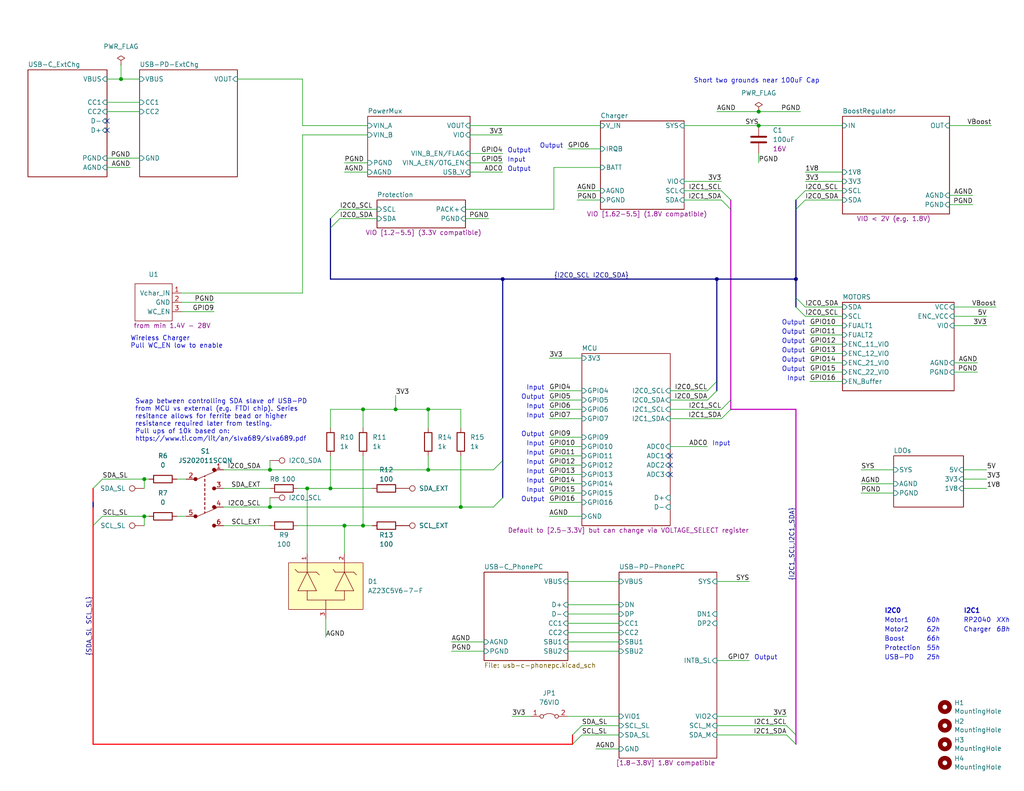
<source format=kicad_sch>
(kicad_sch (version 20211123) (generator eeschema)
  (paper "A")
  (lib_symbols
    (symbol "Connector:TestPoint" (pin_numbers hide) (pin_names (offset 0.762) hide)
      (property "Reference" "TP" (at 0 6.858 0))
      (property "Value" "TestPoint" (at 0 5.08 0))
      (symbol "TestPoint_0_1"
        (circle (center 0 3.302) (radius 0.762))
      )
      (symbol "TestPoint_1_1"
        (pin passive line (at 0 0 90) (length 2.54) (name "1") (number "1"))
      )
    )
    (symbol "Device:C" (pin_numbers hide) (pin_names (offset 0.254))
      (property "Reference" "C" (at 0.635 2.54 0))
      (property "Value" "C" (at 0.635 -2.54 0))
      (symbol "C_0_1"
        (polyline (pts (xy -2.032 -0.762) (xy 2.032 -0.762)) (stroke (width 0.508)))
        (polyline (pts (xy -2.032 0.762) (xy 2.032 0.762)) (stroke (width 0.508)))
      )
      (symbol "C_1_1"
        (pin passive line (at 0 3.81 270) (length 2.794) (name "~") (number "1"))
        (pin passive line (at 0 -3.81 90) (length 2.794) (name "~") (number "2"))
      )
    )
    (symbol "Device:R" (pin_numbers hide) (pin_names (offset 0))
      (property "Reference" "R" (at 2.032 0 90))
      (property "Value" "R" (at 0 0 90))
      (symbol "R_0_1"
        (rectangle (start -1.016 -2.54) (end 1.016 2.54) (stroke (width 0.254)))
      )
      (symbol "R_1_1"
        (pin passive line (at 0 3.81 270) (length 1.27) (name "~") (number "1"))
        (pin passive line (at 0 -3.81 90) (length 1.27) (name "~") (number "2"))
      )
    )
    (symbol "Diode:AZ23C5V6-7-F" (pin_names (offset 1.016))
      (property "Reference" "D" (at 0 12.7 0))
      (property "Value" "AZ23C5V6-7-F" (at 0 15.24 0))
      (symbol "AZ23C5V6-7-F_1_1"
        (polyline (pts (xy 7.62 -5.08) (xy 10.16 -5.08)))
        (polyline (pts (xy 7.62 0) (xy 5.08 0)))
        (polyline (pts (xy 7.62 5.08) (xy 7.62 -5.08)))
        (polyline (pts (xy 10.16 -7.62) (xy 15.24 -5.08)))
        (polyline (pts (xy 10.16 -2.54) (xy 10.16 -7.62)))
        (polyline (pts (xy 10.16 2.54) (xy 15.24 5.08)))
        (polyline (pts (xy 10.16 5.08) (xy 7.62 5.08)))
        (polyline (pts (xy 10.16 7.62) (xy 10.16 2.54)))
        (polyline (pts (xy 15.24 -7.62) (xy 14.478 -8.382)))
        (polyline (pts (xy 15.24 -5.08) (xy 10.16 -2.54)))
        (polyline (pts (xy 15.24 -5.08) (xy 17.78 -5.08)))
        (polyline (pts (xy 15.24 -2.54) (xy 15.24 -7.62)))
        (polyline (pts (xy 15.24 -2.54) (xy 16.002 -2.032)))
        (polyline (pts (xy 15.24 2.54) (xy 14.478 1.778)))
        (polyline (pts (xy 15.24 5.08) (xy 10.16 7.62)))
        (polyline (pts (xy 15.24 5.08) (xy 17.78 5.08)))
        (polyline (pts (xy 15.24 7.62) (xy 15.24 2.54)))
        (polyline (pts (xy 15.24 7.62) (xy 16.002 8.382)))
        (rectangle (start 5.08 10.16) (end 17.78 -10.16) (fill (type background)))
        (pin passive line (at 20.32 5.08 180) (length 2.54) (name "1_CATHODE") (number "1"))
        (pin passive line (at 20.32 -5.08 180) (length 2.54) (name "2_CATHODE") (number "2"))
        (pin passive line (at 2.54 0 0) (length 2.54) (name "COMMON_ANODE") (number "3"))
      )
    )
    (symbol "Jumper:Jumper_2_Bridged" (pin_names (offset 0) hide)
      (property "Reference" "JP" (at 0 1.905 0))
      (property "Value" "Jumper_2_Bridged" (at 0 -2.54 0))
      (symbol "Jumper_2_Bridged_0_0"
        (circle (center -2.032 0) (radius 0.508))
        (circle (center 2.032 0) (radius 0.508))
      )
      (symbol "Jumper_2_Bridged_0_1"
        (arc (start 1.524 0.254) (mid 0 0.762) (end -1.524 0.254))
      )
      (symbol "Jumper_2_Bridged_1_1"
        (pin passive line (at -5.08 0 0) (length 2.54) (name "A") (number "1"))
        (pin passive line (at 5.08 0 180) (length 2.54) (name "B") (number "2"))
      )
    )
    (symbol "Mechanical:MountingHole" (pin_names (offset 1.016))
      (property "Reference" "H" (at 0 5.08 0))
      (property "Value" "MountingHole" (at 0 3.175 0))
      (symbol "MountingHole_0_1"
        (circle (center 0 0) (radius 1.27) (stroke (width 1.27)))
      )
    )
    (symbol "custom_modules:WRM483265-10F5-12V-G"
      (property "Reference" "U" (at 0 7.62 0))
      (symbol "WRM483265-10F5-12V-G_0_1"
        (rectangle (start 5.08 -5.08) (end -5.08 5.08))
      )
      (symbol "WRM483265-10F5-12V-G_1_1"
        (pin power_out line (at 7.62 2.54 180) (length 2.54) (name "Vchar_IN") (number "1"))
        (pin power_in line (at 7.62 0 180) (length 2.54) (name "GND") (number "2"))
        (pin input line (at 7.62 -2.54 180) (length 2.54) (name "WC_EN") (number "3"))
      )
    )
    (symbol "dk_Slide-Switches:JS202011SCQN" (pin_names (offset 0))
      (property "Reference" "S" (at -3.81 8.255 0))
      (property "Value" "JS202011SCQN" (at 0 -11.43 0))
      (symbol "JS202011SCQN_0_1"
        (circle (center -2.54 -5.08) (radius 0.4572) (fill (type outline)))
        (circle (center -2.54 5.08) (radius 0.4572) (fill (type outline)))
        (polyline (pts (xy -2.032 -5.08) (xy 3.302 -2.794)))
        (polyline (pts (xy -2.032 5.08) (xy 3.302 7.366)))
        (polyline (pts (xy 0 -3.81) (xy 0 -4.191)) (stroke (width 0.254)))
        (polyline (pts (xy 0 -2.54) (xy 0 -3.175)) (stroke (width 0.254)))
        (polyline (pts (xy 0 -1.27) (xy 0 -1.905)) (stroke (width 0.254)))
        (polyline (pts (xy 0 0) (xy 0 -0.635)) (stroke (width 0.254)))
        (polyline (pts (xy 0 1.27) (xy 0 0.635)) (stroke (width 0.254)))
        (polyline (pts (xy 0 2.54) (xy 0 1.905)) (stroke (width 0.254)))
        (polyline (pts (xy 0 3.81) (xy 0 3.175)) (stroke (width 0.254)))
        (polyline (pts (xy 0 5.08) (xy 0 4.445)) (stroke (width 0.254)))
        (polyline (pts (xy 0 5.969) (xy 0 5.715)) (stroke (width 0.254)))
        (circle (center 2.54 -7.62) (radius 0.4572) (fill (type outline)))
        (circle (center 2.54 -2.54) (radius 0.4572) (fill (type outline)))
        (circle (center 2.54 2.54) (radius 0.4572) (fill (type outline)))
        (circle (center 2.54 7.62) (radius 0.4572) (fill (type outline)))
      )
      (symbol "JS202011SCQN_1_1"
        (pin passive line (at 5.08 7.62 180) (length 2.54) (name "~") (number "1"))
        (pin passive line (at -5.08 5.08 0) (length 2.54) (name "~") (number "2"))
        (pin passive line (at 5.08 2.54 180) (length 2.54) (name "~") (number "3"))
        (pin passive line (at 5.08 -2.54 180) (length 2.54) (name "~") (number "4"))
        (pin passive line (at -5.08 -5.08 0) (length 2.54) (name "~") (number "5"))
        (pin passive line (at 5.08 -7.62 180) (length 2.54) (name "~") (number "6"))
      )
    )
    (symbol "power:PWR_FLAG" (power) (pin_numbers hide) (pin_names (offset 0) hide)
      (property "Value" "PWR_FLAG" (at 0 3.81 0))
      (symbol "PWR_FLAG_0_0"
        (pin power_out line (at 0 0 90) (length 0) (name "pwr") (number "1"))
      )
      (symbol "PWR_FLAG_0_1"
        (polyline (pts (xy 0 0) (xy 0 1.27) (xy -1.016 1.905) (xy 0 2.54) (xy 1.016 1.905) (xy 0 1.27)))
      )
    )
  )
  (junction (at 73.66 138.43))
  (junction (at 99.06 111.76))
  (junction (at 207.01 30.48))
  (junction (at 116.84 111.76))
  (junction (at 33.02 21.59))
  (junction (at 116.84 128.27))
  (junction (at 137.16 76.2))
  (junction (at 93.98 143.51))
  (junction (at 39.37 130.81))
  (junction (at 107.95 111.76))
  (junction (at 125.73 138.43))
  (junction (at 195.58 76.2))
  (junction (at 83.82 133.35))
  (junction (at 99.06 143.51))
  (junction (at 217.17 76.2))
  (junction (at 90.17 133.35))
  (junction (at 39.37 140.97))
  (junction (at 207.01 34.29))
  (junction (at 73.66 128.27))
  (no_connect (at 182.88 124.46))
  (no_connect (at 182.88 127))
  (no_connect (at 182.88 129.54))
  (no_connect (at 29.21 33.02))
  (no_connect (at 29.21 35.56))
  (bus_entry (at 219.71 86.36) (size -2.54 -2.54))
  (bus_entry (at 214.63 200.66) (size 2.54 2.54))
  (bus_entry (at 214.63 198.12) (size 2.54 2.54))
  (bus_entry (at 196.85 114.3) (size 2.54 -2.54))
  (bus_entry (at 193.04 109.22) (size 2.54 -2.54))
  (bus_entry (at 193.04 106.68) (size 2.54 -2.54))
  (bus_entry (at 196.85 111.76) (size 2.54 -2.54))
  (bus_entry (at 196.85 54.61) (size 2.54 2.54))
  (bus_entry (at 196.85 52.07) (size 2.54 2.54))
  (bus_entry (at 219.71 54.61) (size -2.54 2.54))
  (bus_entry (at 219.71 52.07) (size -2.54 2.54))
  (bus_entry (at 156.21 200.66) (size 2.54 -2.54))
  (bus_entry (at 156.21 203.2) (size 2.54 -2.54))
  (bus_entry (at 25.4 143.51) (size 2.54 -2.54))
  (bus_entry (at 25.4 133.35) (size 2.54 -2.54))
  (bus_entry (at 137.16 125.73) (size -2.54 2.54))
  (bus_entry (at 137.16 135.89) (size -2.54 2.54))
  (bus_entry (at 92.71 57.15) (size -2.54 2.54))
  (bus_entry (at 92.71 59.69) (size -2.54 2.54))
  (bus_entry (at 219.71 83.82) (size -2.54 -2.54))
  (wire (pts (xy 127 59.69) (xy 133.35 59.69)))
  (wire (pts (xy 73.66 128.27) (xy 116.84 128.27)))
  (wire (pts (xy 195.58 180.34) (xy 204.47 180.34)))
  (bus (pts (xy 199.39 54.61) (xy 199.39 57.15)) (stroke (width 0) (color 194 0 194 1)))
  (wire (pts (xy 116.84 124.46) (xy 116.84 128.27)))
  (wire (pts (xy 39.37 140.97) (xy 40.64 140.97)))
  (wire (pts (xy 243.84 134.62) (xy 234.95 134.62)))
  (wire (pts (xy 163.83 54.61) (xy 157.48 54.61)))
  (wire (pts (xy 154.94 170.18) (xy 168.91 170.18)))
  (wire (pts (xy 125.73 138.43) (xy 134.62 138.43)))
  (wire (pts (xy 149.86 129.54) (xy 158.75 129.54)))
  (wire (pts (xy 154.94 165.1) (xy 168.91 165.1)))
  (wire (pts (xy 33.02 21.59) (xy 38.1 21.59)))
  (wire (pts (xy 168.91 200.66) (xy 158.75 200.66)))
  (wire (pts (xy 90.17 124.46) (xy 90.17 133.35)))
  (wire (pts (xy 39.37 130.81) (xy 39.37 133.35)))
  (wire (pts (xy 49.53 80.01) (xy 82.55 80.01)))
  (wire (pts (xy 58.42 85.09) (xy 49.53 85.09)))
  (bus (pts (xy 217.17 200.66) (xy 217.17 203.2)) (stroke (width 0) (color 194 0 194 1)))
  (wire (pts (xy 182.88 109.22) (xy 193.04 109.22)))
  (wire (pts (xy 64.77 21.59) (xy 82.55 21.59)))
  (wire (pts (xy 154.94 167.64) (xy 168.91 167.64)))
  (wire (pts (xy 139.7 195.58) (xy 144.78 195.58)))
  (wire (pts (xy 229.87 54.61) (xy 219.71 54.61)))
  (bus (pts (xy 199.39 111.76) (xy 217.17 111.76)) (stroke (width 0) (color 194 0 194 1)))
  (bus (pts (xy 156.21 200.66) (xy 156.21 203.2)) (stroke (width 0) (color 255 0 6 1)))
  (wire (pts (xy 73.66 138.43) (xy 125.73 138.43)))
  (wire (pts (xy 220.98 96.52) (xy 229.87 96.52)))
  (wire (pts (xy 220.98 104.14) (xy 229.87 104.14)))
  (wire (pts (xy 82.55 21.59) (xy 82.55 34.29)))
  (wire (pts (xy 186.69 52.07) (xy 196.85 52.07)))
  (bus (pts (xy 90.17 59.69) (xy 90.17 62.23)))
  (wire (pts (xy 149.86 97.79) (xy 158.75 97.79)))
  (wire (pts (xy 149.86 137.16) (xy 158.75 137.16)))
  (wire (pts (xy 99.06 116.84) (xy 99.06 111.76)))
  (wire (pts (xy 259.08 34.29) (xy 270.51 34.29)))
  (wire (pts (xy 269.24 88.9) (xy 260.35 88.9)))
  (bus (pts (xy 217.17 57.15) (xy 217.17 76.2)))
  (wire (pts (xy 220.98 93.98) (xy 229.87 93.98)))
  (wire (pts (xy 154.94 172.72) (xy 168.91 172.72)))
  (bus (pts (xy 199.39 57.15) (xy 199.39 109.22)) (stroke (width 0) (color 194 0 194 1)))
  (wire (pts (xy 269.24 130.81) (xy 262.89 130.81)))
  (wire (pts (xy 29.21 30.48) (xy 38.1 30.48)))
  (wire (pts (xy 90.17 116.84) (xy 90.17 111.76)))
  (wire (pts (xy 260.35 101.6) (xy 266.7 101.6)))
  (bus (pts (xy 217.17 111.76) (xy 217.17 200.66)) (stroke (width 0) (color 194 0 194 1)))
  (wire (pts (xy 128.27 46.99) (xy 137.16 46.99)))
  (wire (pts (xy 137.16 41.91) (xy 128.27 41.91)))
  (wire (pts (xy 83.82 133.35) (xy 90.17 133.35)))
  (wire (pts (xy 82.55 36.83) (xy 100.33 36.83)))
  (wire (pts (xy 154.94 158.75) (xy 168.91 158.75)))
  (wire (pts (xy 182.88 121.92) (xy 193.04 121.92)))
  (bus (pts (xy 217.17 76.2) (xy 217.17 81.28)))
  (wire (pts (xy 149.86 132.08) (xy 158.75 132.08)))
  (wire (pts (xy 196.85 49.53) (xy 186.69 49.53)))
  (wire (pts (xy 260.35 99.06) (xy 266.7 99.06)))
  (wire (pts (xy 207.01 30.48) (xy 218.44 30.48)))
  (wire (pts (xy 39.37 130.81) (xy 40.64 130.81)))
  (wire (pts (xy 186.69 54.61) (xy 196.85 54.61)))
  (wire (pts (xy 149.86 121.92) (xy 158.75 121.92)))
  (wire (pts (xy 99.06 143.51) (xy 101.6 143.51)))
  (wire (pts (xy 102.87 57.15) (xy 92.71 57.15)))
  (wire (pts (xy 195.58 30.48) (xy 207.01 30.48)))
  (wire (pts (xy 260.35 83.82) (xy 271.78 83.82)))
  (wire (pts (xy 100.33 46.99) (xy 93.98 46.99)))
  (wire (pts (xy 128.27 36.83) (xy 137.16 36.83)))
  (wire (pts (xy 163.83 40.64) (xy 154.94 40.64)))
  (wire (pts (xy 29.21 43.18) (xy 38.1 43.18)))
  (bus (pts (xy 199.39 109.22) (xy 199.39 111.76)) (stroke (width 0) (color 194 0 194 1)))
  (wire (pts (xy 149.86 119.38) (xy 158.75 119.38)))
  (bus (pts (xy 25.4 143.51) (xy 25.4 203.2)) (stroke (width 0) (color 255 0 6 1)))
  (wire (pts (xy 60.96 133.35) (xy 73.66 133.35)))
  (wire (pts (xy 50.8 130.81) (xy 48.26 130.81)))
  (wire (pts (xy 229.87 86.36) (xy 219.71 86.36)))
  (wire (pts (xy 29.21 21.59) (xy 33.02 21.59)))
  (wire (pts (xy 259.08 53.34) (xy 265.43 53.34)))
  (wire (pts (xy 182.88 114.3) (xy 196.85 114.3)))
  (wire (pts (xy 229.87 52.07) (xy 219.71 52.07)))
  (wire (pts (xy 73.66 125.73) (xy 73.66 128.27)))
  (wire (pts (xy 90.17 111.76) (xy 99.06 111.76)))
  (wire (pts (xy 195.58 200.66) (xy 214.63 200.66)))
  (bus (pts (xy 90.17 62.23) (xy 90.17 76.2)))
  (wire (pts (xy 243.84 128.27) (xy 234.95 128.27)))
  (wire (pts (xy 116.84 116.84) (xy 116.84 111.76)))
  (wire (pts (xy 102.87 59.69) (xy 92.71 59.69)))
  (wire (pts (xy 158.75 114.3) (xy 149.86 114.3)))
  (wire (pts (xy 33.02 17.78) (xy 33.02 21.59)))
  (wire (pts (xy 168.91 198.12) (xy 158.75 198.12)))
  (wire (pts (xy 90.17 133.35) (xy 101.6 133.35)))
  (wire (pts (xy 195.58 158.75) (xy 204.47 158.75)))
  (wire (pts (xy 50.8 140.97) (xy 48.26 140.97)))
  (bus (pts (xy 137.16 76.2) (xy 137.16 125.73)))
  (wire (pts (xy 49.53 82.55) (xy 58.42 82.55)))
  (wire (pts (xy 149.86 106.68) (xy 158.75 106.68)))
  (wire (pts (xy 149.86 134.62) (xy 158.75 134.62)))
  (wire (pts (xy 88.9 168.91) (xy 88.9 173.99)))
  (wire (pts (xy 99.06 111.76) (xy 107.95 111.76)))
  (bus (pts (xy 137.16 76.2) (xy 195.58 76.2)))
  (wire (pts (xy 27.94 140.97) (xy 39.37 140.97)))
  (bus (pts (xy 217.17 81.28) (xy 217.17 83.82)))
  (wire (pts (xy 81.28 143.51) (xy 93.98 143.51)))
  (wire (pts (xy 182.88 106.68) (xy 193.04 106.68)))
  (wire (pts (xy 220.98 91.44) (xy 229.87 91.44)))
  (wire (pts (xy 151.13 45.72) (xy 151.13 57.15)))
  (wire (pts (xy 116.84 128.27) (xy 134.62 128.27)))
  (wire (pts (xy 81.28 133.35) (xy 83.82 133.35)))
  (wire (pts (xy 27.94 130.81) (xy 39.37 130.81)))
  (wire (pts (xy 269.24 128.27) (xy 262.89 128.27)))
  (wire (pts (xy 60.96 128.27) (xy 73.66 128.27)))
  (wire (pts (xy 163.83 52.07) (xy 157.48 52.07)))
  (wire (pts (xy 83.82 133.35) (xy 83.82 151.13)))
  (wire (pts (xy 220.98 101.6) (xy 229.87 101.6)))
  (wire (pts (xy 220.98 88.9) (xy 229.87 88.9)))
  (wire (pts (xy 151.13 45.72) (xy 163.83 45.72)))
  (wire (pts (xy 127 57.15) (xy 151.13 57.15)))
  (bus (pts (xy 90.17 76.2) (xy 137.16 76.2)))
  (wire (pts (xy 99.06 124.46) (xy 99.06 143.51)))
  (wire (pts (xy 93.98 143.51) (xy 93.98 151.13)))
  (bus (pts (xy 217.17 54.61) (xy 217.17 57.15)))
  (bus (pts (xy 25.4 203.2) (xy 156.21 203.2)) (stroke (width 0) (color 255 0 6 1)))
  (wire (pts (xy 125.73 124.46) (xy 125.73 138.43)))
  (wire (pts (xy 149.86 127) (xy 158.75 127)))
  (wire (pts (xy 207.01 34.29) (xy 229.87 34.29)))
  (wire (pts (xy 243.84 132.08) (xy 234.95 132.08)))
  (wire (pts (xy 39.37 140.97) (xy 39.37 143.51)))
  (bus (pts (xy 25.4 133.35) (xy 25.4 143.51)) (stroke (width 0) (color 255 0 6 1)))
  (wire (pts (xy 107.95 107.95) (xy 107.95 111.76)))
  (wire (pts (xy 149.86 140.97) (xy 158.75 140.97)))
  (wire (pts (xy 60.96 138.43) (xy 73.66 138.43)))
  (wire (pts (xy 168.91 204.47) (xy 162.56 204.47)))
  (wire (pts (xy 195.58 195.58) (xy 214.63 195.58)))
  (wire (pts (xy 182.88 111.76) (xy 196.85 111.76)))
  (wire (pts (xy 82.55 34.29) (xy 100.33 34.29)))
  (wire (pts (xy 123.19 175.26) (xy 132.08 175.26)))
  (wire (pts (xy 128.27 34.29) (xy 163.83 34.29)))
  (bus (pts (xy 195.58 104.14) (xy 195.58 106.68)))
  (wire (pts (xy 82.55 36.83) (xy 82.55 80.01)))
  (wire (pts (xy 149.86 109.22) (xy 158.75 109.22)))
  (wire (pts (xy 154.94 177.8) (xy 168.91 177.8)))
  (wire (pts (xy 195.58 198.12) (xy 214.63 198.12)))
  (wire (pts (xy 93.98 44.45) (xy 100.33 44.45)))
  (wire (pts (xy 154.94 175.26) (xy 168.91 175.26)))
  (wire (pts (xy 149.86 111.76) (xy 158.75 111.76)))
  (wire (pts (xy 269.24 133.35) (xy 262.89 133.35)))
  (wire (pts (xy 259.08 55.88) (xy 265.43 55.88)))
  (wire (pts (xy 107.95 111.76) (xy 116.84 111.76)))
  (wire (pts (xy 116.84 111.76) (xy 125.73 111.76)))
  (wire (pts (xy 29.21 27.94) (xy 38.1 27.94)))
  (bus (pts (xy 137.16 125.73) (xy 137.16 135.89)))
  (wire (pts (xy 207.01 41.91) (xy 207.01 44.45)))
  (bus (pts (xy 25.4 137.16) (xy 25.4 138.43)))
  (wire (pts (xy 219.71 49.53) (xy 229.87 49.53)))
  (wire (pts (xy 73.66 135.89) (xy 73.66 138.43)))
  (wire (pts (xy 220.98 99.06) (xy 229.87 99.06)))
  (wire (pts (xy 154.94 195.58) (xy 168.91 195.58)))
  (wire (pts (xy 137.16 44.45) (xy 128.27 44.45)))
  (wire (pts (xy 219.71 46.99) (xy 229.87 46.99)))
  (wire (pts (xy 269.24 86.36) (xy 260.35 86.36)))
  (bus (pts (xy 195.58 76.2) (xy 217.17 76.2)))
  (wire (pts (xy 186.69 34.29) (xy 207.01 34.29)))
  (wire (pts (xy 93.98 143.51) (xy 99.06 143.51)))
  (wire (pts (xy 149.86 124.46) (xy 158.75 124.46)))
  (bus (pts (xy 195.58 76.2) (xy 195.58 104.14)))
  (wire (pts (xy 229.87 83.82) (xy 219.71 83.82)))
  (wire (pts (xy 29.21 45.72) (xy 35.56 45.72)))
  (wire (pts (xy 60.96 143.51) (xy 73.66 143.51)))
  (wire (pts (xy 125.73 116.84) (xy 125.73 111.76)))
  (wire (pts (xy 123.19 177.8) (xy 132.08 177.8)))
  (text "55h" (at 252.73 177.8 0) (effects (font (size 1.27 1.27) italic) (justify left bottom)))
  (text "66h" (at 252.73 175.26 0) (effects (font (size 1.27 1.27) italic) (justify left bottom)))
  (text "Output" (at 219.71 101.6 180) (effects (font (size 1.27 1.27)) (justify right bottom)))
  (text "Protection" (at 241.3 177.8 0) (effects (font (size 1.27 1.27)) (justify left bottom)))
  (text "Input" (at 148.59 129.54 180) (effects (font (size 1.27 1.27)) (justify right bottom)))
  (text "Wireless Charger\nPull WC_EN low to enable" (at 35.56 95.25 0) (effects (font (size 1.27 1.27)) (justify left bottom)))
  (text "XXh" (at 271.78 170.18 0) (effects (font (size 1.27 1.27) italic) (justify left bottom)))
  (text "Output" (at 219.71 93.98 180) (effects (font (size 1.27 1.27)) (justify right bottom)))
  (text "Output" (at 153.67 40.64 180) (effects (font (size 1.27 1.27)) (justify right bottom)))
  (text "Output" (at 219.71 88.9 180) (effects (font (size 1.27 1.27)) (justify right bottom)))
  (text "Output" (at 148.59 137.16 180) (effects (font (size 1.27 1.27)) (justify right bottom)))
  (text "Input" (at 148.59 127 180) (effects (font (size 1.27 1.27)) (justify right bottom)))
  (text "Input" (at 148.59 106.68 180) (effects (font (size 1.27 1.27)) (justify right bottom)))
  (text "Output" (at 219.71 96.52 180) (effects (font (size 1.27 1.27)) (justify right bottom)))
  (text "Output" (at 138.43 41.91 0) (effects (font (size 1.27 1.27)) (justify left bottom)))
  (text "Boost" (at 241.3 175.26 0) (effects (font (size 1.27 1.27)) (justify left bottom)))
  (text "I2C1" (at 262.89 167.64 0) (effects (font (size 1.27 1.27) (thickness 0.254) bold) (justify left bottom)))
  (text "Input" (at 138.43 44.45 0) (effects (font (size 1.27 1.27)) (justify left bottom)))
  (text "Input" (at 148.59 111.76 180) (effects (font (size 1.27 1.27)) (justify right bottom)))
  (text "Motor1" (at 241.3 170.18 0) (effects (font (size 1.27 1.27)) (justify left bottom)))
  (text "Output" (at 138.43 46.99 0) (effects (font (size 1.27 1.27)) (justify left bottom)))
  (text "Input" (at 148.59 121.92 180) (effects (font (size 1.27 1.27)) (justify right bottom)))
  (text "Input" (at 148.59 134.62 180) (effects (font (size 1.27 1.27)) (justify right bottom)))
  (text "Input" (at 148.59 124.46 180) (effects (font (size 1.27 1.27)) (justify right bottom)))
  (text "Output" (at 148.59 109.22 180) (effects (font (size 1.27 1.27)) (justify right bottom)))
  (text "62h" (at 252.73 172.72 0) (effects (font (size 1.27 1.27) italic) (justify left bottom)))
  (text "Output" (at 219.71 91.44 180) (effects (font (size 1.27 1.27)) (justify right bottom)))
  (text "Input" (at 194.31 121.92 0) (effects (font (size 1.27 1.27)) (justify left bottom)))
  (text "Motor2" (at 241.3 172.72 0) (effects (font (size 1.27 1.27)) (justify left bottom)))
  (text "Output" (at 205.74 180.34 0) (effects (font (size 1.27 1.27)) (justify left bottom)))
  (text "Input" (at 148.59 114.3 180) (effects (font (size 1.27 1.27)) (justify right bottom)))
  (text "25h" (at 252.73 180.34 0) (effects (font (size 1.27 1.27) italic) (justify left bottom)))
  (text "Output" (at 148.59 119.38 180) (effects (font (size 1.27 1.27)) (justify right bottom)))
  (text "Output" (at 219.71 99.06 180) (effects (font (size 1.27 1.27)) (justify right bottom)))
  (text "Charger" (at 262.89 172.72 0) (effects (font (size 1.27 1.27)) (justify left bottom)))
  (text "Input" (at 219.71 104.14 180) (effects (font (size 1.27 1.27)) (justify right bottom)))
  (text "Swap between controlling SDA slave of USB-PD \nfrom MCU vs external (e.g. FTDI chip). Series \nresitance allows for ferrite bead or higher \nresistance required later from testing. \nPull ups of 10k based on:\nhttps://www.ti.com/lit/an/slva689/slva689.pdf" (at 36.83 120.65 0) (effects (font (size 1.27 1.27)) (justify left bottom)))
  (text "I2C0" (at 241.3 167.64 0) (effects (font (size 1.27 1.27) (thickness 0.254) bold) (justify left bottom)))
  (text "USB-PD" (at 241.3 180.34 0) (effects (font (size 1.27 1.27)) (justify left bottom)))
  (text "RP2040" (at 262.89 170.18 0) (effects (font (size 1.27 1.27)) (justify left bottom)))
  (text "60h" (at 252.73 170.18 0) (effects (font (size 1.27 1.27) italic) (justify left bottom)))
  (text "Input" (at 148.59 132.08 180) (effects (font (size 1.27 1.27)) (justify right bottom)))
  (text "6Bh" (at 271.78 172.72 0) (effects (font (size 1.27 1.27) italic) (justify left bottom)))
  (text "Short two grounds near 100uF Cap" (at 189.23 22.86 0) (effects (font (size 1.27 1.27)) (justify left bottom)))
  (label "3V3" (at 107.95 107.95 0))
  (label "GPIO15" (at 149.86 134.62 0))
  (label "I2C0_SDA" (at 71.12 128.27 180))
  (label "5V" (at 269.24 128.27 0))
  (label "AGND" (at 149.86 140.97 0))
  (label "GPIO12" (at 220.98 93.98 0))
  (label "GPIO9" (at 58.42 85.09 180))
  (label "PGND" (at 133.35 59.69 180))
  (label "{SDA_SL SCL_SL}" (at 25.4 179.07 90))
  (label "PGND" (at 123.19 177.8 0))
  (label "3V3" (at 269.24 88.9 180))
  (label "SCL_EXT" (at 71.12 143.51 180))
  (label "AGND" (at 234.95 132.08 0))
  (label "{I2C0_SCL I2C0_SDA}" (at 151.13 76.2 0))
  (label "AGND" (at 265.43 53.34 180))
  (label "AGND" (at 93.98 46.99 0))
  (label "SYS" (at 234.95 128.27 0))
  (label "I2C0_SCL" (at 219.71 52.07 0))
  (label "GPIO10" (at 220.98 88.9 0))
  (label "SYS" (at 204.47 158.75 180))
  (label "AGND" (at 162.56 204.47 0))
  (label "PGND" (at 207.01 44.45 0))
  (label "VBoost" (at 271.78 83.82 180))
  (label "GPIO7" (at 204.47 180.34 180))
  (label "I2C1_SDA" (at 196.85 54.61 180))
  (label "GPIO16" (at 149.86 137.16 0))
  (label "GPIO16" (at 220.98 104.14 0))
  (label "AGND" (at 195.58 30.48 0))
  (label "GPIO13" (at 220.98 96.52 0))
  (label "GPIO14" (at 220.98 99.06 0))
  (label "SDA_EXT" (at 71.12 133.35 180))
  (label "I2C1_SDA" (at 214.63 200.66 180))
  (label "3V3" (at 139.7 195.58 0))
  (label "VBoost" (at 270.51 34.29 180))
  (label "3V3" (at 269.24 130.81 0))
  (label "AGND" (at 266.7 99.06 180))
  (label "SCL_SL" (at 27.94 140.97 0))
  (label "GPIO15" (at 220.98 101.6 0))
  (label "I2C0_SDA" (at 92.71 59.69 0))
  (label "3V3" (at 214.63 195.58 180))
  (label "3V3" (at 196.85 49.53 180))
  (label "PGND" (at 218.44 30.48 180))
  (label "PGND" (at 93.98 44.45 0))
  (label "I2C0_SDA" (at 219.71 83.82 0))
  (label "I2C0_SCL" (at 92.71 57.15 0))
  (label "3V3" (at 149.86 97.79 0))
  (label "1V8" (at 219.71 46.99 0))
  (label "GPIO9" (at 149.86 119.38 0))
  (label "GPIO7" (at 149.86 114.3 0))
  (label "GPIO12" (at 149.86 127 0))
  (label "SDA_SL" (at 27.94 130.81 0))
  (label "PGND" (at 35.56 43.18 180))
  (label "1V8" (at 269.24 133.35 0))
  (label "GPIO11" (at 149.86 124.46 0))
  (label "5V" (at 269.24 86.36 180))
  (label "AGND" (at 35.56 45.72 180))
  (label "SDA_SL" (at 158.75 198.12 0))
  (label "GPIO10" (at 149.86 121.92 0))
  (label "GPIO6" (at 149.86 111.76 0))
  (label "PGND" (at 234.95 134.62 0))
  (label "GPIO5" (at 137.16 44.45 180))
  (label "GPIO4" (at 137.16 41.91 180))
  (label "PGND" (at 266.7 101.6 180))
  (label "GPIO5" (at 149.86 109.22 0))
  (label "3V3" (at 219.71 49.53 0))
  (label "GPIO6" (at 154.94 40.64 0))
  (label "PGND" (at 265.43 55.88 180))
  (label "AGND" (at 88.9 173.99 0))
  (label "I2C0_SCL" (at 193.04 106.68 180))
  (label "I2C0_SDA" (at 219.71 54.61 0))
  (label "I2C0_SCL" (at 71.12 138.43 180))
  (label "I2C1_SCL" (at 196.85 111.76 180))
  (label "PGND" (at 157.48 54.61 0))
  (label "3V3" (at 137.16 36.83 180))
  (label "GPIO14" (at 149.86 132.08 0))
  (label "ADC0" (at 137.16 46.99 180))
  (label "SCL_SL" (at 158.75 200.66 0))
  (label "GPIO13" (at 149.86 129.54 0))
  (label "I2C1_SCL" (at 196.85 52.07 180))
  (label "I2C1_SDA" (at 196.85 114.3 180))
  (label "{I2C1_SCL,I2C1_SDA}" (at 217.17 138.43 270))
  (label "GPIO11" (at 220.98 91.44 0))
  (label "PGND" (at 58.42 82.55 180))
  (label "I2C1_SCL" (at 214.63 198.12 180))
  (label "I2C0_SCL" (at 219.71 86.36 0))
  (label "AGND" (at 123.19 175.26 0))
  (label "I2C0_SDA" (at 193.04 109.22 180))
  (label "AGND" (at 157.48 52.07 0))
  (label "ADC0" (at 193.04 121.92 180))
  (label "GPIO4" (at 149.86 106.68 0))
  (label "SYS" (at 207.01 34.29 180))
  (symbol (lib_id "dk_Slide-Switches:JS202011SCQN") (at 55.88 135.89 0) (unit 1)
    (property "Reference" "S1" (at 56.0324 123.19 0))
    (property "Value" "JS202011SCQN" (at 56.0324 125.73 0))
    (property "Footprint" "digikey-footprints:Switch_Slide_JS202011SCQN" (effects hide))
    (property "Datasheet" "https://www.ckswitches.com/media/1422/js.pdf" (effects hide))
    (property "Digi-Key_PN" "401-2002-1-ND" (effects hide))
    (property "MPN" "JS202011SCQN" (effects hide))
    (property "Category" "Switches" (effects hide))
    (property "Family" "Slide Switches" (effects hide))
    (property "DK_Datasheet_Link" "https://www.ckswitches.com/media/1422/js.pdf" (effects hide))
    (property "DK_Detail_Page" "/product-detail/en/c-k/JS202011SCQN/401-2002-1-ND/1640098" (effects hide))
    (property "Description" "SWITCH SLIDE DPDT 300MA 6V" (effects hide))
    (property "Manufacturer" "C&K" (effects hide))
    (property "Status" "Active" (effects hide))
  )
  (symbol (lib_id "Connector:TestPoint") (at 39.37 143.51 90) (mirror x) (unit 1)
    (property "Reference" "TP2" (effects hide))
    (property "Value" "SCL_SL" (at 34.29 143.51 90) (effects (justify left)))
    (property "Footprint" "TestPoint:KEYSTONE_5002" (effects hide))
  )
  (symbol (lib_id "custom_modules:WRM483265-10F5-12V-G") (at 41.91 82.55 0) (unit 1)
    (property "Reference" "U1" (at 41.91 74.93 0))
    (property "Value" "WRM483265-10F5-12V-G" (effects hide))
    (property "Footprint" "custom_modules:WRM483265-10F5-12V-G" (effects hide))
    (property "Datasheet" "https://www.renesas.com/us/en/document/dst/p9221-r3-datasheet?language=en&r=394816" (effects hide))
    (property "Part Number" "WRM483265-10F5-12V-G" (effects hide))
    (property "Description" "Premade Wireless Rx Module (Seperate board, this represents just the connector pins)." (effects hide))
    (property "EN_V" "from min 1.4V - 28V" (at 46.99 88.9 0))
  )
  (symbol (lib_id "Mechanical:MountingHole") (at 257.81 208.28 0) (unit 1)
    (property "Reference" "H4" (at 260.35 207.1116 0) (effects (justify left)))
    (property "Value" "MountingHole" (at 260.35 209.423 0) (effects (justify left)))
    (property "Footprint" "MountingHole:MountingHole_2.7mm_M2.5" (effects hide))
  )
  (symbol (lib_id "Device:R") (at 116.84 120.65 0) (unit 1)
    (property "Reference" "R14" (at 119.38 119.3799 0) (effects (justify left)))
    (property "Value" "1k" (at 119.38 121.9199 0) (effects (justify left)))
    (property "Footprint" "Resistor_SMD:R_0603_1608Metric" (effects hide))
  )
  (symbol (lib_id "Diode:AZ23C5V6-7-F") (at 88.9 171.45 90) (unit 1)
    (property "Reference" "D1" (at 100.33 158.7499 90) (effects (justify right)))
    (property "Value" "AZ23C5V6-7-F" (at 100.33 161.2899 90) (effects (justify right)))
    (property "Footprint" "Package_TO_SOT_SMD:Diodes_Inc-SOT23-01_2017-0-MFG" (effects hide))
    (property "Datasheet" "https://www.diodes.com/assets/Datasheets/ds18003.pdf" (effects hide))
    (property "automotive" "No" (effects hide))
    (property "category" "Diode" (effects hide))
    (property "device class L1" "Discrete Semiconductors" (effects hide))
    (property "device class L2" "Diodes" (effects hide))
    (property "device class L3" "Zener Diodes" (effects hide))
    (property "digikey description" "DIODE ZENER ARRAY 5.6V SOT23-3" (effects hide))
    (property "digikey part number" "AZ23C5V6-FDICT-ND" (effects hide))
    (property "footprint url" "https://www.diodes.com/assets/Package-Files/SOT23.pdf" (effects hide))
    (property "height" "1.1mm" (effects hide))
    (property "lead free" "Yes" (effects hide))
    (property "library id" "a2cb2505a0a88365" (effects hide))
    (property "manufacturer" "Diodes Inc" (effects hide))
    (property "max junction temp" "+150°C" (effects hide))
    (property "max reverse leakage current" "0.1uA" (effects hide))
    (property "max zener voltage" "6V" (effects hide))
    (property "mouser description" "Zener Diodes 5.6V 300mW" (effects hide))
    (property "mouser part number" "621-AZ23C5V6-F" (effects hide))
    (property "nom zener voltage" "5.6V" (effects hide))
    (property "package" "SOT23" (effects hide))
    (property "power dissipation" "300mW" (effects hide))
    (property "reverse voltage" "1V" (effects hide))
    (property "rohs" "Yes" (effects hide))
    (property "standoff height" "0.013mm" (effects hide))
    (property "temperature range high" "+150°C" (effects hide))
    (property "temperature range low" "-65°C" (effects hide))
    (property "zener impedance" "40Ω" (effects hide))
  )
  (symbol (lib_id "Device:R") (at 90.17 120.65 0) (unit 1)
    (property "Reference" "R10" (at 92.71 119.3799 0) (effects (justify left)))
    (property "Value" "1k" (at 92.71 121.9199 0) (effects (justify left)))
    (property "Footprint" "Resistor_SMD:R_0603_1608Metric" (effects hide))
  )
  (symbol (lib_id "Connector:TestPoint") (at 73.66 125.73 270) (unit 1)
    (property "Reference" "TP3" (effects hide))
    (property "Value" "I2C0_SDA" (at 78.74 125.73 90) (effects (justify left)))
    (property "Footprint" "TestPoint:KEYSTONE_5002" (effects hide))
  )
  (symbol (lib_id "Connector:TestPoint") (at 73.66 135.89 270) (unit 1)
    (property "Reference" "TP4" (effects hide))
    (property "Value" "I2C0_SCL" (at 78.74 135.89 90) (effects (justify left)))
    (property "Footprint" "TestPoint:KEYSTONE_5002" (effects hide))
  )
  (symbol (lib_id "Connector:TestPoint") (at 109.22 143.51 270) (unit 1)
    (property "Reference" "TP6" (effects hide))
    (property "Value" "SCL_EXT" (at 114.3 143.51 90) (effects (justify left)))
    (property "Footprint" "TestPoint:KEYSTONE_5002" (effects hide))
    (property "Description" "Male pin headers (2.54mm pitch)" (effects hide))
  )
  (symbol (lib_id "Mechanical:MountingHole") (at 257.81 193.04 0) (unit 1)
    (property "Reference" "H1" (at 260.35 191.8716 0) (effects (justify left)))
    (property "Value" "MountingHole" (at 260.35 194.183 0) (effects (justify left)))
    (property "Footprint" "MountingHole:MountingHole_2.7mm_M2.5" (effects hide))
  )
  (symbol (lib_id "Mechanical:MountingHole") (at 257.81 203.2 0) (unit 1)
    (property "Reference" "H3" (at 260.35 202.0316 0) (effects (justify left)))
    (property "Value" "MountingHole" (at 260.35 204.343 0) (effects (justify left)))
    (property "Footprint" "MountingHole:MountingHole_2.7mm_M2.5" (effects hide))
  )
  (symbol (lib_id "Device:R") (at 105.41 133.35 90) (unit 1)
    (property "Reference" "R12" (at 105.41 128.27 90))
    (property "Value" "100" (at 105.41 130.81 90))
    (property "Footprint" "Resistor_SMD:R_0603_1608Metric" (effects hide))
  )
  (symbol (lib_id "Device:R") (at 125.73 120.65 0) (unit 1)
    (property "Reference" "R15" (at 128.27 119.3799 0) (effects (justify left)))
    (property "Value" "1k" (at 128.27 121.9199 0) (effects (justify left)))
    (property "Footprint" "Resistor_SMD:R_0603_1608Metric" (effects hide))
  )
  (symbol (lib_id "Connector:TestPoint") (at 109.22 133.35 270) (unit 1)
    (property "Reference" "TP5" (effects hide))
    (property "Value" "SDA_EXT" (at 114.3 133.35 90) (effects (justify left)))
    (property "Footprint" "TestPoint:KEYSTONE_5002" (effects hide))
    (property "Description" "Male pin headers (2.54mm pitch)" (effects hide))
  )
  (symbol (lib_id "Jumper:Jumper_2_Bridged") (at 149.86 195.58 0) (unit 1)
    (property "Reference" "JP1" (at 149.86 189.23 0))
    (property "Value" "76VIO" (at 149.86 191.77 0))
    (property "Footprint" "custom_connectors:2.54mm_2pointCurrentTestPoint" (effects hide))
    (property "Description" "2.54mm male header with jumper attached" (effects hide))
  )
  (symbol (lib_id "Connector:TestPoint") (at 39.37 133.35 90) (mirror x) (unit 1)
    (property "Reference" "TP1" (effects hide))
    (property "Value" "SDA_SL" (at 34.29 133.35 90) (effects (justify left)))
    (property "Footprint" "TestPoint:KEYSTONE_5002" (effects hide))
  )
  (symbol (lib_id "Device:C") (at 207.01 38.1 0) (unit 1)
    (property "Reference" "C1" (at 210.82 35.5599 0) (effects (justify left)))
    (property "Value" "100uF" (at 210.82 38.0999 0) (effects (justify left)))
    (property "Footprint" "Capacitor_SMD:C_1210_3225Metric" (effects hide))
    (property "Description" "16V" (at 210.82 40.6399 0) (effects (justify left)))
  )
  (symbol (lib_id "Device:R") (at 77.47 133.35 90) (unit 1)
    (property "Reference" "R8" (at 74.93 130.81 90))
    (property "Value" "100" (at 78.74 130.81 90))
    (property "Footprint" "Resistor_SMD:R_0603_1608Metric" (effects hide))
  )
  (symbol (lib_id "Device:R") (at 99.06 120.65 0) (unit 1)
    (property "Reference" "R11" (at 101.6 119.3799 0) (effects (justify left)))
    (property "Value" "1k" (at 101.6 121.9199 0) (effects (justify left)))
    (property "Footprint" "Resistor_SMD:R_0603_1608Metric" (effects hide))
  )
  (symbol (lib_id "Device:R") (at 44.45 140.97 90) (unit 1)
    (property "Reference" "R7" (at 44.45 134.62 90))
    (property "Value" "0" (at 44.45 137.16 90))
    (property "Footprint" "Resistor_SMD:R_0603_1608Metric" (effects hide))
  )
  (symbol (lib_id "power:PWR_FLAG") (at 33.02 17.78 0) (unit 1)
    (property "Reference" "#FLG0102" (effects hide))
    (property "Value" "PWR_FLAG" (at 33.02 12.7 0))
  )
  (symbol (lib_id "Device:R") (at 77.47 143.51 90) (mirror x) (unit 1)
    (property "Reference" "R9" (at 77.47 146.05 90))
    (property "Value" "100" (at 77.47 148.59 90))
    (property "Footprint" "Resistor_SMD:R_0603_1608Metric" (effects hide))
  )
  (symbol (lib_id "Device:R") (at 44.45 130.81 90) (unit 1)
    (property "Reference" "R6" (at 44.45 124.46 90))
    (property "Value" "0" (at 44.45 127 90))
    (property "Footprint" "Resistor_SMD:R_0603_1608Metric" (effects hide))
  )
  (symbol (lib_id "power:PWR_FLAG") (at 207.01 30.48 0) (unit 1)
    (property "Reference" "#FLG0101" (effects hide))
    (property "Value" "PWR_FLAG" (at 207.01 25.4 0))
  )
  (symbol (lib_id "Device:R") (at 105.41 143.51 90) (mirror x) (unit 1)
    (property "Reference" "R13" (at 105.41 146.05 90))
    (property "Value" "100" (at 105.41 148.59 90))
    (property "Footprint" "Resistor_SMD:R_0603_1608Metric" (effects hide))
  )
  (symbol (lib_id "Mechanical:MountingHole") (at 257.81 198.12 0) (unit 1)
    (property "Reference" "H2" (at 260.35 196.9516 0) (effects (justify left)))
    (property "Value" "MountingHole" (at 260.35 199.263 0) (effects (justify left)))
    (property "Footprint" "MountingHole:MountingHole_2.7mm_M2.5" (effects hide))
  )
  (sheet (at 243.84 124.46) (size 19.05 13.97) (stroke (width 0) (color 128 0 0 1))
    (property "Sheet name" "LDOs" (at 243.84 123.7484 0) (effects (justify left bottom)))
    (property "Sheet file" "LDO.kicad_sch" (effects hide))
    (pin "SYS" input (at 243.84 128.27 180))
    (pin "PGND" input (at 243.84 134.62 180))
    (pin "AGND" input (at 243.84 132.08 180))
    (pin "5V" input (at 262.89 128.27 0))
    (pin "3V3" input (at 262.89 130.81 0))
    (pin "1V8" input (at 262.89 133.35 0))
  )
  (sheet (at 163.83 33.02) (size 22.86 24.13) (stroke (width 0) (color 128 0 0 1))
    (property "Sheet name" "Charger" (at 163.83 32.3084 0) (effects (justify left bottom)))
    (property "Sheet file" "Charger.kicad_sch" (effects hide))
    (property "VIO" "VIO [1.62-5.5] (1.8V compatible)" (at 176.53 58.42 0))
    (pin "PGND" input (at 163.83 54.61 180))
    (pin "VIO" input (at 186.69 49.53 0))
    (pin "V_IN" input (at 163.83 34.29 180))
    (pin "AGND" input (at 163.83 52.07 180))
    (pin "SYS" input (at 186.69 34.29 0))
    (pin "SCL" input (at 186.69 52.07 0))
    (pin "SDA" input (at 186.69 54.61 0))
    (pin "IRQB" input (at 163.83 40.64 180))
    (pin "BATT" input (at 163.83 45.72 180))
  )
  (sheet (at 38.1 19.05) (size 26.67 29.21) (stroke (width 0) (color 128 0 0 1))
    (property "Sheet name" "USB-PD-ExtChg" (at 38.1 18.3384 0) (effects (justify left bottom)))
    (property "Sheet file" "USB-PD-ExtChg.kicad_sch" (effects hide))
    (pin "VBUS" input (at 38.1 21.59 180))
    (pin "CC1" input (at 38.1 27.94 180))
    (pin "VOUT" input (at 64.77 21.59 0))
    (pin "CC2" input (at 38.1 30.48 180))
    (pin "GND" input (at 38.1 43.18 180))
  )
  (sheet (at 229.87 31.75) (size 29.21 26.67) (stroke (width 0.1524))
    (property "Sheet name" "BoostRegulator" (at 229.87 31.0384 0) (effects (justify left bottom)))
    (property "Sheet file" "boostRegulator.kicad_sch" (effects hide))
    (property "VIO" "VIO < 2V (e.g. 1.8V)" (at 243.84 59.69 0))
    (pin "PGND" input (at 259.08 55.88 0))
    (pin "OUT" input (at 259.08 34.29 0))
    (pin "AGND" input (at 259.08 53.34 0))
    (pin "SCL" input (at 229.87 52.07 180))
    (pin "SDA" input (at 229.87 54.61 180))
    (pin "IN" input (at 229.87 34.29 180))
    (pin "1V8" input (at 229.87 46.99 180))
    (pin "3V3" input (at 229.87 49.53 180))
  )
  (sheet (at 229.87 82.55) (size 30.48 24.13) (stroke (width 0.1524))
    (property "Sheet name" "MOTORS" (at 229.87 81.8384 0) (effects (justify left bottom)))
    (property "Sheet file" "motors.kicad_sch" (effects hide))
    (pin "PGND" input (at 260.35 101.6 0))
    (pin "FUALT1" input (at 229.87 88.9 180))
    (pin "FUALT2" input (at 229.87 91.44 180))
    (pin "VCC" input (at 260.35 83.82 0))
    (pin "SDA" input (at 229.87 83.82 180))
    (pin "SCL" input (at 229.87 86.36 180))
    (pin "ENC_VCC" input (at 260.35 86.36 0))
    (pin "AGND" input (at 260.35 99.06 0))
    (pin "ENC_11_VIO" input (at 229.87 93.98 180))
    (pin "ENC_22_VIO" input (at 229.87 101.6 180))
    (pin "ENC_21_VIO" input (at 229.87 99.06 180))
    (pin "ENC_12_VIO" input (at 229.87 96.52 180))
    (pin "VIO" input (at 260.35 88.9 0))
    (pin "EN_Buffer" input (at 229.87 104.14 180))
  )
  (sheet (at 132.08 156.21) (size 22.86 24.13) (stroke (width 0.1524))
    (property "Sheet name" "USB-C_PhonePC" (at 132.08 155.4984 0) (effects (justify left bottom)))
    (property "Sheet file" "usb-c-phonepc.kicad_sch" (at 132.08 180.9246 0) (effects (justify left top)))
    (pin "SBU1" input (at 154.94 175.26 0))
    (pin "PGND" input (at 132.08 177.8 180))
    (pin "SBU2" input (at 154.94 177.8 0))
    (pin "AGND" input (at 132.08 175.26 180))
    (pin "D+" input (at 154.94 165.1 0))
    (pin "D-" input (at 154.94 167.64 0))
    (pin "CC2" input (at 154.94 172.72 0))
    (pin "CC1" input (at 154.94 170.18 0))
    (pin "VBUS" input (at 154.94 158.75 0))
  )
  (sheet (at 7.62 19.05) (size 21.59 29.21) (stroke (width 0.1524))
    (property "Sheet name" "USB-C_ExtChg" (at 7.62 18.3384 0) (effects (justify left bottom)))
    (property "Sheet file" "usb-c-extChg.kicad_sch" (effects hide))
    (pin "AGND" input (at 29.21 45.72 0))
    (pin "D-" input (at 29.21 33.02 0))
    (pin "CC1" input (at 29.21 27.94 0))
    (pin "CC2" input (at 29.21 30.48 0))
    (pin "PGND" input (at 29.21 43.18 0))
    (pin "D+" input (at 29.21 35.56 0))
    (pin "VBUS" input (at 29.21 21.59 0))
  )
  (sheet (at 102.87 54.61) (size 24.13 7.62) (stroke (width 0) (color 128 0 0 1))
    (property "Sheet name" "Protection" (at 102.87 53.8984 0) (effects (justify left bottom)))
    (property "Sheet file" "Protection.kicad_sch" (effects hide))
    (property "VIO" "VIO [1.2-5.5] (3.3V compatible)" (at 115.57 63.5 0))
    (pin "PGND" input (at 127 59.69 0))
    (pin "SCL" input (at 102.87 57.15 180))
    (pin "PACK+" input (at 127 57.15 0))
    (pin "SDA" input (at 102.87 59.69 180))
  )
  (sheet (at 168.91 156.21) (size 26.67 50.8) (stroke (width 0) (color 128 0 0 1))
    (property "Sheet name" "USB-PD-PhonePC" (at 168.91 155.4984 0) (effects (justify left bottom)))
    (property "Sheet file" "USB-PD-PhonePC.kicad_sch" (effects hide))
    (property "VIO" "[1.8-3.8V] 1.8V compatible" (at 181.61 208.28 0))
    (pin "GND" input (at 168.91 204.47 180))
    (pin "VBUS" input (at 168.91 158.75 180))
    (pin "DP2" input (at 195.58 170.18 0))
    (pin "DN1" input (at 195.58 167.64 0))
    (pin "INTB_SL" input (at 195.58 180.34 0))
    (pin "SCL_M" input (at 195.58 198.12 0))
    (pin "SDA_M" input (at 195.58 200.66 0))
    (pin "SBU1" input (at 168.91 175.26 180))
    (pin "SBU2" input (at 168.91 177.8 180))
    (pin "CC1" input (at 168.91 170.18 180))
    (pin "SYS" input (at 195.58 158.75 0))
    (pin "CC2" input (at 168.91 172.72 180))
    (pin "DN" input (at 168.91 165.1 180))
    (pin "DP" input (at 168.91 167.64 180))
    (pin "SDA_SL" input (at 168.91 200.66 180))
    (pin "SCL_SL" input (at 168.91 198.12 180))
    (pin "VIO2" input (at 195.58 195.58 0))
    (pin "VIO1" input (at 168.91 195.58 180))
  )
  (sheet (at 158.75 96.52) (size 24.13 46.99) (stroke (width 0.1524))
    (property "Sheet name" "MCU" (at 158.75 95.8084 0) (effects (justify left bottom)))
    (property "Sheet file" "mcu/RP2040_minimal/RP2040_minimal.kicad_sch" (effects hide))
    (property "VIO" "Default to [2.5-3.3V] but can change via VOLTAGE_SELECT register" (at 171.45 144.78 0))
    (pin "GND" input (at 158.75 140.97 180))
    (pin "ADC0" input (at 182.88 121.92 0))
    (pin "ADC1" input (at 182.88 124.46 0))
    (pin "ADC3" input (at 182.88 129.54 0))
    (pin "ADC2" input (at 182.88 127 0))
    (pin "3V3" input (at 158.75 97.79 180))
    (pin "I2C0_SDA" input (at 182.88 109.22 0))
    (pin "I2C0_SCL" input (at 182.88 106.68 0))
    (pin "I2C1_SDA" input (at 182.88 114.3 0))
    (pin "I2C1_SCL" input (at 182.88 111.76 0))
    (pin "GPIO4" input (at 158.75 106.68 180))
    (pin "GPIO5" input (at 158.75 109.22 180))
    (pin "GPIO6" input (at 158.75 111.76 180))
    (pin "GPIO7" input (at 158.75 114.3 180))
    (pin "GPIO9" input (at 158.75 119.38 180))
    (pin "GPIO10" input (at 158.75 121.92 180))
    (pin "GPIO11" input (at 158.75 124.46 180))
    (pin "GPIO16" input (at 158.75 137.16 180))
    (pin "GPIO12" input (at 158.75 127 180))
    (pin "GPIO13" input (at 158.75 129.54 180))
    (pin "GPIO14" input (at 158.75 132.08 180))
    (pin "GPIO15" input (at 158.75 134.62 180))
    (pin "D+" input (at 182.88 135.89 0))
    (pin "D-" input (at 182.88 138.43 0))
  )
  (sheet (at 100.33 31.75) (size 27.94 16.51) (stroke (width 0.1524))
    (property "Sheet name" "PowerMux" (at 100.33 31.0384 0) (effects (justify left bottom)))
    (property "Sheet file" "powerMux.kicad_sch" (effects hide))
    (pin "VIN_A" input (at 100.33 34.29 180))
    (pin "VIN_B" input (at 100.33 36.83 180))
    (pin "PGND" input (at 100.33 44.45 180))
    (pin "VOUT" input (at 128.27 34.29 0))
    (pin "VIN_B_EN{slash}FLAG" input (at 128.27 41.91 0))
    (pin "VIN_A_EN{slash}OTG_EN" input (at 128.27 44.45 0))
    (pin "AGND" input (at 100.33 46.99 180))
    (pin "VIO" input (at 128.27 36.83 0))
    (pin "USB_V" input (at 128.27 46.99 0))
  )
)
</source>
